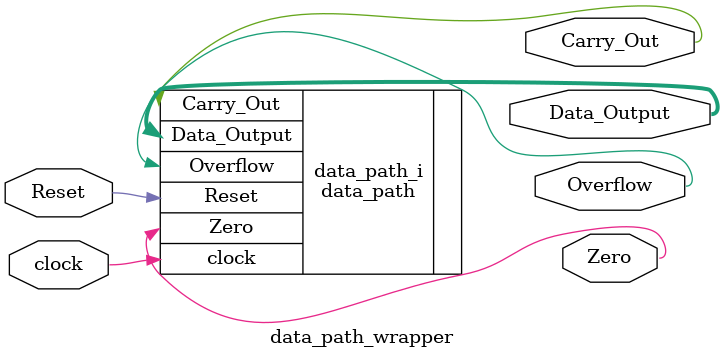
<source format=v>
`timescale 1 ps / 1 ps

module data_path_wrapper
   (Carry_Out,
    Data_Output,
    Overflow,
    Reset,
    Zero,
    clock);
  output Carry_Out;
  output [31:0]Data_Output;
  output Overflow;
  input Reset;
  output Zero;
  input clock;

  wire Carry_Out;
  wire [31:0]Data_Output;
  wire Overflow;
  wire Reset;
  wire Zero;
  wire clock;

  data_path data_path_i
       (.Carry_Out(Carry_Out),
        .Data_Output(Data_Output),
        .Overflow(Overflow),
        .Reset(Reset),
        .Zero(Zero),
        .clock(clock));
endmodule

</source>
